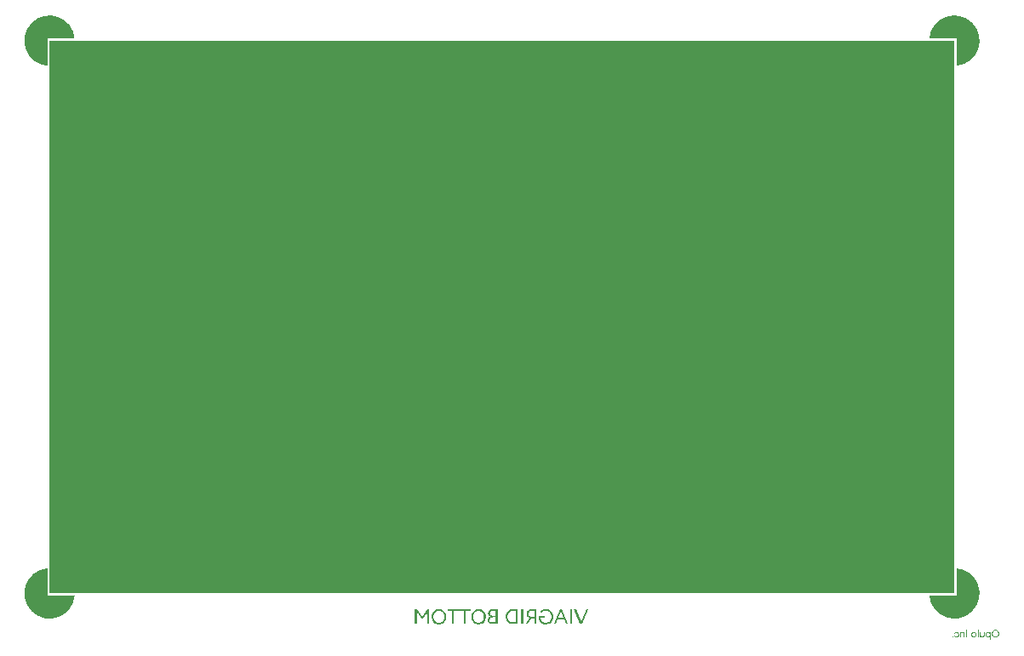
<source format=gbr>
%TF.GenerationSoftware,KiCad,Pcbnew,9.0.4*%
%TF.CreationDate,2025-09-18T22:50:07-04:00*%
%TF.ProjectId,viagrid,76696167-7269-4642-9e6b-696361645f70,rev?*%
%TF.SameCoordinates,Original*%
%TF.FileFunction,Copper,L2,Bot*%
%TF.FilePolarity,Positive*%
%FSLAX46Y46*%
G04 Gerber Fmt 4.6, Leading zero omitted, Abs format (unit mm)*
G04 Created by KiCad (PCBNEW 9.0.4) date 2025-09-18 22:50:07*
%MOMM*%
%LPD*%
G01*
G04 APERTURE LIST*
%ADD10C,0.187500*%
%TA.AperFunction,NonConductor*%
%ADD11C,0.000000*%
%TD*%
%ADD12C,0.125000*%
%TA.AperFunction,ViaPad*%
%ADD13C,1.500000*%
%TD*%
G04 APERTURE END LIST*
D10*
G36*
X99144121Y1374847D02*
G01*
X99192672Y1365548D01*
X99237396Y1350418D01*
X99278807Y1329500D01*
X99328910Y1293098D01*
X99371068Y1248573D01*
X99405844Y1195090D01*
X99430860Y1136230D01*
X99446318Y1070463D01*
X99451685Y996475D01*
X99446289Y923185D01*
X99430689Y857547D01*
X99405340Y798318D01*
X99370152Y744571D01*
X99327468Y699879D01*
X99276700Y663404D01*
X99234762Y642476D01*
X99189672Y627362D01*
X99140936Y618089D01*
X99087977Y614907D01*
X99035542Y618095D01*
X98987436Y627376D01*
X98943061Y642489D01*
X98901910Y663404D01*
X98852194Y699820D01*
X98810381Y744498D01*
X98775926Y798318D01*
X98751146Y857491D01*
X98735875Y923135D01*
X98730589Y996475D01*
X98822729Y996475D01*
X98826721Y938724D01*
X98838198Y887477D01*
X98856710Y841732D01*
X98882549Y799880D01*
X98913602Y765134D01*
X98950178Y736769D01*
X98991309Y715841D01*
X99036898Y703072D01*
X99087977Y698667D01*
X99139820Y703054D01*
X99186498Y715812D01*
X99228982Y736769D01*
X99266908Y765278D01*
X99298802Y800057D01*
X99325061Y841778D01*
X99343828Y887518D01*
X99355456Y938747D01*
X99359499Y996475D01*
X99355481Y1053497D01*
X99343877Y1104586D01*
X99325061Y1150669D01*
X99298829Y1192809D01*
X99267265Y1227720D01*
X99230035Y1256136D01*
X99188235Y1277096D01*
X99142262Y1289851D01*
X99091137Y1294238D01*
X99039316Y1289821D01*
X98993201Y1277040D01*
X98951735Y1256136D01*
X98914847Y1227756D01*
X98883458Y1192849D01*
X98857259Y1150669D01*
X98838391Y1104581D01*
X98826757Y1053493D01*
X98822729Y996475D01*
X98730589Y996475D01*
X98735884Y1069781D01*
X98751162Y1135216D01*
X98775926Y1194037D01*
X98810391Y1247498D01*
X98852534Y1292218D01*
X98902963Y1328996D01*
X98944653Y1350157D01*
X98989558Y1365441D01*
X99038187Y1374822D01*
X99091137Y1378044D01*
X99144121Y1374847D01*
G37*
G36*
X98386843Y1164010D02*
G01*
X98425485Y1152347D01*
X98460395Y1133129D01*
X98490928Y1107259D01*
X98516764Y1075152D01*
X98520145Y1068928D01*
X98524875Y1155431D01*
X98606437Y1155431D01*
X98606437Y417482D01*
X98519517Y417482D01*
X98519517Y713109D01*
X98516737Y707957D01*
X98490897Y675694D01*
X98460395Y649803D01*
X98425485Y630585D01*
X98386843Y618922D01*
X98343525Y614907D01*
X98297395Y618929D01*
X98256154Y630600D01*
X98218869Y649757D01*
X98185885Y675814D01*
X98157973Y708128D01*
X98134880Y747485D01*
X98118481Y790331D01*
X98108320Y838044D01*
X98104793Y891466D01*
X98192766Y891466D01*
X98195382Y853745D01*
X98202943Y819870D01*
X98215206Y789250D01*
X98232210Y761093D01*
X98252284Y738018D01*
X98275564Y719458D01*
X98301837Y705694D01*
X98330586Y697358D01*
X98362438Y694499D01*
X98392144Y697339D01*
X98418971Y705637D01*
X98443542Y719412D01*
X98465034Y737861D01*
X98483556Y760911D01*
X98499184Y789205D01*
X98514237Y836207D01*
X98519517Y891466D01*
X98514237Y946725D01*
X98499184Y993727D01*
X98483519Y1021976D01*
X98464820Y1045014D01*
X98442993Y1063474D01*
X98418100Y1077292D01*
X98391098Y1085598D01*
X98361385Y1088433D01*
X98329494Y1085582D01*
X98300554Y1077253D01*
X98273961Y1063474D01*
X98250446Y1044845D01*
X98230570Y1021767D01*
X98214153Y993682D01*
X98202484Y963147D01*
X98195267Y929268D01*
X98192766Y891466D01*
X98104793Y891466D01*
X98108344Y945598D01*
X98118527Y993449D01*
X98134880Y1035951D01*
X98157946Y1074982D01*
X98185854Y1107123D01*
X98218869Y1133129D01*
X98256157Y1152312D01*
X98297398Y1163998D01*
X98343525Y1168025D01*
X98386843Y1164010D01*
G37*
G36*
X97631588Y627500D02*
G01*
X97636900Y725503D01*
X97636900Y1155431D01*
X97549980Y1155431D01*
X97549980Y627500D01*
X97631588Y627500D01*
G37*
G36*
X98005462Y883681D02*
G01*
X98005462Y1155431D01*
X97918542Y1155431D01*
X97918542Y883681D01*
X98005462Y883681D01*
G37*
G36*
X97918542Y886612D02*
G01*
X97916149Y833793D01*
X97909877Y794995D01*
X97900865Y767223D01*
X97886831Y742045D01*
X97870426Y723904D01*
X97851543Y711581D01*
X97818487Y700432D01*
X97780331Y696560D01*
X97747513Y699803D01*
X97719605Y709060D01*
X97695604Y724118D01*
X97674864Y745424D01*
X97654789Y780054D01*
X97641710Y825122D01*
X97636900Y883498D01*
X97593028Y883498D01*
X97595991Y827339D01*
X97604319Y779432D01*
X97617345Y738600D01*
X97636537Y700698D01*
X97659955Y670394D01*
X97687687Y646643D01*
X97719738Y629381D01*
X97756886Y618668D01*
X97800298Y614907D01*
X97840526Y617821D01*
X97876235Y626209D01*
X97908147Y639774D01*
X97936369Y659226D01*
X97960268Y685320D01*
X97980092Y719092D01*
X97993482Y756286D01*
X98002262Y802611D01*
X98005462Y859959D01*
X98005462Y886612D01*
X97918542Y886612D01*
G37*
G36*
X97406365Y627500D02*
G01*
X97406365Y1365450D01*
X97319445Y1365450D01*
X97319445Y627500D01*
X97406365Y627500D01*
G37*
G36*
X96993847Y1163951D02*
G01*
X97038787Y1152095D01*
X97079843Y1132625D01*
X97116652Y1106073D01*
X97147477Y1073706D01*
X97172762Y1034943D01*
X97190922Y992277D01*
X97202125Y944761D01*
X97206010Y891466D01*
X97202071Y838196D01*
X97190704Y790666D01*
X97172258Y747943D01*
X97146680Y709192D01*
X97115667Y676823D01*
X97078790Y650261D01*
X97037722Y630854D01*
X96992446Y618994D01*
X96942044Y614907D01*
X96891649Y619004D01*
X96846566Y630871D01*
X96805848Y650261D01*
X96769325Y676811D01*
X96738661Y709176D01*
X96713433Y747943D01*
X96695272Y790638D01*
X96684069Y838170D01*
X96680185Y891466D01*
X96768159Y891466D01*
X96770808Y853039D01*
X96778399Y819204D01*
X96790598Y789250D01*
X96807575Y761809D01*
X96827818Y739057D01*
X96851506Y720511D01*
X96878144Y706847D01*
X96908075Y698462D01*
X96942044Y695553D01*
X96975333Y698413D01*
X97005493Y706757D01*
X97033131Y720511D01*
X97057759Y739180D01*
X97078516Y762102D01*
X97095642Y789754D01*
X97107864Y820048D01*
X97115417Y853745D01*
X97118036Y891466D01*
X97115392Y929895D01*
X97107816Y963731D01*
X97095642Y993682D01*
X97078608Y1021088D01*
X97058190Y1043844D01*
X97034185Y1062421D01*
X97007214Y1076141D01*
X96977423Y1084500D01*
X96944151Y1087379D01*
X96910137Y1084489D01*
X96879819Y1076118D01*
X96852514Y1062421D01*
X96828171Y1043807D01*
X96807593Y1021047D01*
X96790553Y993682D01*
X96778379Y963731D01*
X96770803Y929895D01*
X96768159Y891466D01*
X96680185Y891466D01*
X96684069Y944761D01*
X96695273Y992277D01*
X96713433Y1034943D01*
X96738694Y1073701D01*
X96769518Y1106068D01*
X96806352Y1132625D01*
X96847436Y1152023D01*
X96893047Y1163914D01*
X96944151Y1168025D01*
X96993847Y1163951D01*
G37*
G36*
X96283871Y627500D02*
G01*
X96283871Y1365450D01*
X96191684Y1365450D01*
X96191684Y627500D01*
X96283871Y627500D01*
G37*
G36*
X96023706Y627500D02*
G01*
X96023706Y1155431D01*
X95942099Y1155431D01*
X95936786Y1057429D01*
X95936786Y627500D01*
X96023706Y627500D01*
G37*
G36*
X95655144Y627500D02*
G01*
X95655144Y899251D01*
X95568224Y899251D01*
X95568224Y627500D01*
X95655144Y627500D01*
G37*
G36*
X95655144Y896320D02*
G01*
X95657543Y949136D01*
X95663831Y987934D01*
X95672867Y1015709D01*
X95686848Y1040929D01*
X95703075Y1059043D01*
X95721639Y1071305D01*
X95754259Y1082477D01*
X95792301Y1086372D01*
X95825720Y1083136D01*
X95853979Y1073929D01*
X95878118Y1059017D01*
X95898822Y1038012D01*
X95918839Y1003707D01*
X95931944Y958535D01*
X95936786Y899434D01*
X95980659Y899434D01*
X95977701Y955595D01*
X95969387Y1003503D01*
X95956387Y1044331D01*
X95937136Y1082196D01*
X95913556Y1112488D01*
X95885541Y1136243D01*
X95853155Y1153587D01*
X95816126Y1164289D01*
X95773388Y1168025D01*
X95732453Y1165085D01*
X95696607Y1156673D01*
X95665036Y1143158D01*
X95637084Y1123785D01*
X95613177Y1097850D01*
X95593091Y1064344D01*
X95579546Y1027455D01*
X95570896Y981027D01*
X95568224Y922973D01*
X95568224Y896320D01*
X95655144Y896320D01*
G37*
G36*
X95202638Y614907D02*
G01*
X95253751Y619003D01*
X95299555Y630872D01*
X95340987Y650261D01*
X95378180Y676854D01*
X95409352Y709227D01*
X95434959Y747943D01*
X95453405Y790666D01*
X95464772Y838196D01*
X95468710Y891466D01*
X95464826Y944761D01*
X95453622Y992277D01*
X95435463Y1034943D01*
X95410146Y1073667D01*
X95379147Y1106038D01*
X95341994Y1132625D01*
X95300603Y1152075D01*
X95255150Y1163942D01*
X95204745Y1168025D01*
X95155014Y1164019D01*
X95109895Y1152347D01*
X95068549Y1133175D01*
X95031617Y1106721D01*
X95000917Y1073768D01*
X94975996Y1033569D01*
X95055268Y997712D01*
X95071752Y1024364D01*
X95091992Y1046292D01*
X95116268Y1063978D01*
X95143467Y1076823D01*
X95173459Y1084673D01*
X95206851Y1087379D01*
X95240124Y1084500D01*
X95269915Y1076141D01*
X95296885Y1062421D01*
X95320855Y1043817D01*
X95341277Y1020890D01*
X95358343Y993132D01*
X95370564Y962868D01*
X95378117Y929187D01*
X95380737Y891466D01*
X95378118Y853745D01*
X95370565Y820048D01*
X95358343Y789754D01*
X95341217Y762102D01*
X95320459Y739180D01*
X95295832Y720511D01*
X95268193Y706757D01*
X95238033Y698413D01*
X95204745Y695553D01*
X95171482Y698525D01*
X95141330Y707208D01*
X95113657Y721565D01*
X95089316Y741072D01*
X95068872Y765570D01*
X95052154Y795753D01*
X94972836Y759895D01*
X94997877Y716833D01*
X95028614Y681458D01*
X95065389Y652917D01*
X95106932Y631974D01*
X95152368Y619267D01*
X95202638Y614907D01*
G37*
G36*
X94833206Y612800D02*
G01*
X94856190Y617226D01*
X94875750Y630569D01*
X94889108Y649970D01*
X94893473Y672014D01*
X94889059Y694963D01*
X94875750Y714512D01*
X94856190Y727855D01*
X94833206Y732281D01*
X94810316Y727837D01*
X94791211Y714512D01*
X94778296Y695002D01*
X94773992Y672014D01*
X94778248Y649932D01*
X94791211Y630569D01*
X94810316Y617244D01*
X94833206Y612800D01*
G37*
D11*
%TA.AperFunction,NonConductor*%
G36*
X95200000Y60200000D02*
G01*
X92500001Y60199998D01*
G75*
G02*
X95199999Y57499999I2499999J-199998D01*
G01*
X95199997Y57499999D01*
X95200000Y60200000D01*
G37*
%TD.AperFunction*%
%TA.AperFunction,NonConductor*%
G36*
X95200000Y4800000D02*
G01*
X95199998Y7499999D01*
G75*
G02*
X92499999Y4800001I-199998J-2499999D01*
G01*
X92499999Y4800003D01*
X95200000Y4800000D01*
G37*
%TD.AperFunction*%
%TA.AperFunction,NonConductor*%
G36*
X4800000Y4800000D02*
G01*
X7500000Y4800001D01*
G75*
G02*
X4800001Y7500000I-2500000J199999D01*
G01*
X4800004Y7500000D01*
X4800000Y4800000D01*
G37*
%TD.AperFunction*%
%TA.AperFunction,NonConductor*%
G36*
X4800000Y57500000D02*
G01*
X4800000Y57500000D01*
G75*
G02*
X7500000Y60200000I200000J2500000D01*
G01*
X7500000Y60199996D01*
X4800000Y60200000D01*
X4800000Y57500001D01*
X4800000Y57500000D01*
G37*
%TD.AperFunction*%
D12*
G36*
X57954649Y1955000D02*
G01*
X57351613Y3430898D01*
X57158356Y3430898D01*
X57769818Y1955000D01*
X57954649Y1955000D01*
G37*
G36*
X57971135Y1955000D02*
G01*
X58582597Y3430898D01*
X58389248Y3430898D01*
X57788411Y1955000D01*
X57971135Y1955000D01*
G37*
G36*
X56949528Y1955000D02*
G01*
X56949528Y3430898D01*
X56765156Y3430898D01*
X56765156Y1955000D01*
X56949528Y1955000D01*
G37*
G36*
X55361523Y1955000D02*
G01*
X55953842Y3430898D01*
X55769103Y3430898D01*
X55168174Y1955000D01*
X55361523Y1955000D01*
G37*
G36*
X56558801Y1955000D02*
G01*
X55957872Y3430898D01*
X55770935Y3430898D01*
X56363346Y1955000D01*
X56558801Y1955000D01*
G37*
G36*
X56273770Y2372930D02*
G01*
X56273770Y2538343D01*
X55451007Y2538343D01*
X55451007Y2372930D01*
X56273770Y2372930D01*
G37*
G36*
X54343579Y1929812D02*
G01*
X54455921Y1936279D01*
X54558977Y1955085D01*
X54653959Y1985649D01*
X54741909Y2027814D01*
X54849153Y2101674D01*
X54938982Y2191193D01*
X55012835Y2297733D01*
X55055097Y2385203D01*
X55085650Y2479189D01*
X55104403Y2580685D01*
X55110838Y2690842D01*
X55104359Y2803214D01*
X55085534Y2906079D01*
X55054969Y3000676D01*
X55012835Y3088073D01*
X54938982Y3194613D01*
X54849153Y3284132D01*
X54741909Y3357991D01*
X54653954Y3400198D01*
X54558972Y3430790D01*
X54455917Y3449613D01*
X54343579Y3456086D01*
X54227133Y3446337D01*
X54113777Y3417068D01*
X54006317Y3370725D01*
X53909163Y3310547D01*
X53824237Y3236978D01*
X53757763Y3154110D01*
X53903393Y3054184D01*
X53953061Y3118877D01*
X54017698Y3176733D01*
X54092008Y3223903D01*
X54173312Y3259165D01*
X54258588Y3281222D01*
X54343579Y3288474D01*
X54454346Y3279661D01*
X54553986Y3254090D01*
X54644456Y3212270D01*
X54726017Y3155004D01*
X54794618Y3085406D01*
X54851269Y3002343D01*
X54892303Y2910481D01*
X54917654Y2807391D01*
X54926465Y2690842D01*
X54917896Y2578465D01*
X54893018Y2476988D01*
X54852368Y2384562D01*
X54796232Y2300895D01*
X54727653Y2230593D01*
X54645555Y2172528D01*
X54554321Y2130048D01*
X54454304Y2104137D01*
X54343579Y2095225D01*
X54250333Y2102152D01*
X54166975Y2122162D01*
X54091887Y2154668D01*
X54023736Y2199720D01*
X53966698Y2254417D01*
X53919788Y2319532D01*
X53885541Y2392154D01*
X53864456Y2473517D01*
X53857139Y2565454D01*
X53681193Y2578460D01*
X53691146Y2449265D01*
X53719659Y2336268D01*
X53765640Y2236734D01*
X53829130Y2147439D01*
X53906732Y2072545D01*
X53999838Y2010962D01*
X54102478Y1966576D01*
X54216327Y1939263D01*
X54343579Y1929812D01*
G37*
G36*
X54218374Y2551441D02*
G01*
X54218374Y2710534D01*
X53681193Y2710534D01*
X53681193Y2566553D01*
X53767838Y2551441D01*
X54218374Y2551441D01*
G37*
G36*
X53416311Y1955000D02*
G01*
X53231939Y1955000D01*
X53231939Y2532481D01*
X52957623Y2532481D01*
X52924932Y2534777D01*
X52585489Y1955000D01*
X52383439Y1955000D01*
X52744490Y2571029D01*
X52695856Y2590550D01*
X52622974Y2634705D01*
X52562141Y2687728D01*
X52512124Y2750102D01*
X52474789Y2820395D01*
X52452189Y2897374D01*
X52444439Y2982743D01*
X52628811Y2982743D01*
X52638643Y2905305D01*
X52667280Y2838304D01*
X52711816Y2781519D01*
X52768030Y2738561D01*
X52833766Y2711492D01*
X52909355Y2702199D01*
X53231939Y2702199D01*
X53231939Y3263286D01*
X52938756Y3263286D01*
X52850091Y3254029D01*
X52776617Y3227818D01*
X52715090Y3185342D01*
X52667377Y3128586D01*
X52638763Y3062069D01*
X52628811Y2982743D01*
X52444439Y2982743D01*
X52451628Y3068274D01*
X52472520Y3145228D01*
X52506812Y3215201D01*
X52553532Y3277637D01*
X52610904Y3330276D01*
X52680102Y3373745D01*
X52755960Y3404958D01*
X52840251Y3424223D01*
X52934542Y3430898D01*
X53416311Y3430898D01*
X53416311Y1955000D01*
G37*
G36*
X52101796Y1955000D02*
G01*
X52101796Y3430898D01*
X51917424Y3430898D01*
X51917424Y1955000D01*
X52101796Y1955000D01*
G37*
G36*
X51533199Y1955000D02*
G01*
X51082937Y1955000D01*
X50946420Y1966020D01*
X50824647Y1997895D01*
X50715016Y2049888D01*
X50616550Y2121072D01*
X50533607Y2207729D01*
X50465064Y2311380D01*
X50415434Y2425583D01*
X50384932Y2551970D01*
X50374389Y2692949D01*
X50558762Y2692949D01*
X50569078Y2578602D01*
X50599520Y2472397D01*
X50648353Y2374595D01*
X50712360Y2289582D01*
X50790223Y2219054D01*
X50878323Y2167399D01*
X50975598Y2135501D01*
X51082937Y2124626D01*
X51348826Y2124626D01*
X51348826Y3261180D01*
X51082937Y3261180D01*
X50975598Y3250305D01*
X50878323Y3218407D01*
X50790223Y3166752D01*
X50712360Y3096224D01*
X50648363Y3011272D01*
X50599520Y2913408D01*
X50569080Y2807283D01*
X50558762Y2692949D01*
X50374389Y2692949D01*
X50384965Y2835279D01*
X50415498Y2962306D01*
X50465064Y3076532D01*
X50533655Y3180170D01*
X50616597Y3266474D01*
X50715016Y3337017D01*
X50824588Y3388437D01*
X50946367Y3419986D01*
X51082937Y3430898D01*
X51533199Y3430898D01*
X51533199Y1955000D01*
G37*
G36*
X49572418Y1955000D02*
G01*
X49044487Y1955000D01*
X48948334Y1960733D01*
X48865615Y1976945D01*
X48794351Y2002535D01*
X48728913Y2039635D01*
X48675427Y2085331D01*
X48632510Y2140105D01*
X48601496Y2202466D01*
X48582158Y2274723D01*
X48575357Y2359008D01*
X48575914Y2365327D01*
X48759730Y2365327D01*
X48768861Y2292873D01*
X48794783Y2234113D01*
X48837582Y2185809D01*
X48892960Y2150933D01*
X48963341Y2128615D01*
X49052821Y2120505D01*
X49390151Y2120505D01*
X49390151Y2627003D01*
X49099075Y2627003D01*
X48993928Y2618226D01*
X48912253Y2594287D01*
X48849031Y2557394D01*
X48799657Y2505462D01*
X48770087Y2442606D01*
X48759730Y2365327D01*
X48575914Y2365327D01*
X48582411Y2438963D01*
X48602696Y2508857D01*
X48635716Y2570583D01*
X48680319Y2625050D01*
X48734958Y2671364D01*
X48800854Y2709893D01*
X48748521Y2745826D01*
X48704515Y2788814D01*
X48668139Y2839403D01*
X48641468Y2895622D01*
X48625086Y2958331D01*
X48619412Y3028905D01*
X48803785Y3028905D01*
X48812015Y2955686D01*
X48835045Y2897309D01*
X48872204Y2850394D01*
X48921444Y2815823D01*
X48983276Y2794038D01*
X49061248Y2786188D01*
X49390151Y2786188D01*
X49390151Y3273819D01*
X49109516Y3273819D01*
X49014087Y3265814D01*
X48940400Y3244030D01*
X48883744Y3210530D01*
X48839984Y3163226D01*
X48813284Y3103940D01*
X48803785Y3028905D01*
X48619412Y3028905D01*
X48626456Y3113181D01*
X48646512Y3185452D01*
X48678763Y3247899D01*
X48723108Y3302520D01*
X48778299Y3347865D01*
X48845826Y3384370D01*
X48919083Y3409332D01*
X49004890Y3425244D01*
X49105395Y3430898D01*
X49572418Y3430898D01*
X49572418Y1955000D01*
G37*
G36*
X47773658Y3449692D02*
G01*
X47870760Y3431094D01*
X47960207Y3400835D01*
X48043030Y3358999D01*
X48143236Y3286195D01*
X48227552Y3197144D01*
X48297103Y3090179D01*
X48347136Y2972458D01*
X48378053Y2840925D01*
X48388786Y2692949D01*
X48377993Y2546368D01*
X48346794Y2415093D01*
X48296096Y2296634D01*
X48225720Y2189140D01*
X48140351Y2099756D01*
X48038817Y2026807D01*
X47954940Y1984950D01*
X47864760Y1954722D01*
X47767288Y1936176D01*
X47661370Y1929812D01*
X47556501Y1936189D01*
X47460287Y1954751D01*
X47371537Y1984977D01*
X47289235Y2026807D01*
X47189804Y2099638D01*
X47106178Y2188995D01*
X47037268Y2296634D01*
X46987708Y2414981D01*
X46957166Y2546268D01*
X46946593Y2692949D01*
X47130874Y2692949D01*
X47138858Y2577446D01*
X47161811Y2474952D01*
X47198835Y2383463D01*
X47250514Y2299759D01*
X47312619Y2230266D01*
X47385772Y2173536D01*
X47468034Y2131681D01*
X47559212Y2106143D01*
X47661370Y2097332D01*
X47765056Y2106107D01*
X47858412Y2131623D01*
X47943379Y2173536D01*
X48019232Y2230554D01*
X48083021Y2300112D01*
X48135537Y2383554D01*
X48173073Y2475035D01*
X48196328Y2577493D01*
X48204413Y2692949D01*
X48196378Y2806993D01*
X48173169Y2909171D01*
X48135537Y3001336D01*
X48083074Y3085617D01*
X48019946Y3155439D01*
X47945485Y3212270D01*
X47861886Y3254191D01*
X47769940Y3279700D01*
X47667690Y3288474D01*
X47564049Y3279641D01*
X47471819Y3254079D01*
X47388886Y3212270D01*
X47315109Y3155510D01*
X47252331Y3085696D01*
X47199934Y3001336D01*
X47162198Y2909161D01*
X47138930Y2806984D01*
X47130874Y2692949D01*
X46946593Y2692949D01*
X46957183Y2839560D01*
X46987739Y2970431D01*
X47037268Y3088073D01*
X47106198Y3194994D01*
X47190484Y3284434D01*
X47291342Y3357991D01*
X47374721Y3400313D01*
X47464532Y3430880D01*
X47561791Y3449642D01*
X47667690Y3456086D01*
X47773658Y3449692D01*
G37*
G36*
X46383491Y1955000D02*
G01*
X46383491Y3263286D01*
X46851796Y3263286D01*
X46851796Y3430898D01*
X45732920Y3430898D01*
X45732920Y3263286D01*
X46201225Y3263286D01*
X46201225Y1955000D01*
X46383491Y1955000D01*
G37*
G36*
X45224315Y1955000D02*
G01*
X45224315Y3263286D01*
X45692620Y3263286D01*
X45692620Y3430898D01*
X44573743Y3430898D01*
X44573743Y3263286D01*
X45042049Y3263286D01*
X45042049Y1955000D01*
X45224315Y1955000D01*
G37*
G36*
X43844767Y3449692D02*
G01*
X43941870Y3431094D01*
X44031317Y3400835D01*
X44114139Y3358999D01*
X44214345Y3286195D01*
X44298661Y3197144D01*
X44368213Y3090179D01*
X44418245Y2972458D01*
X44449162Y2840925D01*
X44459896Y2692949D01*
X44449103Y2546368D01*
X44417904Y2415093D01*
X44367206Y2296634D01*
X44296829Y2189140D01*
X44211461Y2099756D01*
X44109926Y2026807D01*
X44026050Y1984950D01*
X43935869Y1954722D01*
X43838398Y1936176D01*
X43732479Y1929812D01*
X43627610Y1936189D01*
X43531397Y1954751D01*
X43442647Y1984977D01*
X43360345Y2026807D01*
X43260914Y2099638D01*
X43177287Y2188995D01*
X43108378Y2296634D01*
X43058818Y2414981D01*
X43028276Y2546268D01*
X43017703Y2692949D01*
X43201984Y2692949D01*
X43209967Y2577446D01*
X43232921Y2474952D01*
X43269945Y2383463D01*
X43321623Y2299759D01*
X43383728Y2230266D01*
X43456882Y2173536D01*
X43539144Y2131681D01*
X43630321Y2106143D01*
X43732479Y2097332D01*
X43836166Y2106107D01*
X43929522Y2131623D01*
X44014488Y2173536D01*
X44090341Y2230554D01*
X44154130Y2300112D01*
X44206646Y2383554D01*
X44244182Y2475035D01*
X44267437Y2577493D01*
X44275523Y2692949D01*
X44267488Y2806993D01*
X44244279Y2909171D01*
X44206646Y3001336D01*
X44154184Y3085617D01*
X44091056Y3155439D01*
X44016595Y3212270D01*
X43932996Y3254191D01*
X43841050Y3279700D01*
X43738799Y3288474D01*
X43635158Y3279641D01*
X43542928Y3254079D01*
X43459996Y3212270D01*
X43386219Y3155510D01*
X43323440Y3085696D01*
X43271044Y3001336D01*
X43233308Y2909161D01*
X43210039Y2806984D01*
X43201984Y2692949D01*
X43017703Y2692949D01*
X43028293Y2839560D01*
X43058849Y2970431D01*
X43108378Y3088073D01*
X43177308Y3194994D01*
X43261593Y3284434D01*
X43362452Y3357991D01*
X43445831Y3400313D01*
X43535642Y3430880D01*
X43632900Y3449642D01*
X43738799Y3456086D01*
X43844767Y3449692D01*
G37*
G36*
X42731664Y1955000D02*
G01*
X42731664Y3430898D01*
X42542345Y3430898D01*
X42035663Y2681317D01*
X41529073Y3430898D01*
X41341861Y3430898D01*
X41341861Y1955000D01*
X41524127Y1955000D01*
X41524127Y3132677D01*
X42035663Y2370640D01*
X42547291Y3128556D01*
X42547291Y1955000D01*
X42731664Y1955000D01*
G37*
D13*
%TO.N,GND*%
X32500000Y40000000D03*
X30000000Y42500000D03*
X27500000Y40000000D03*
X30000000Y37500000D03*
X30000000Y40000000D03*
X32500000Y25000000D03*
X30000000Y27500000D03*
X27500000Y25000000D03*
X30000000Y22500000D03*
X30000000Y25000000D03*
X72500000Y25000000D03*
X67500000Y25000000D03*
X70000000Y22500000D03*
X70000000Y27500000D03*
X70000000Y25000000D03*
X72500000Y40000000D03*
X67500000Y40000000D03*
X70000000Y37500000D03*
X70000000Y42500000D03*
X70000000Y40000000D03*
X85000000Y55000000D03*
X80000000Y55000000D03*
X75000000Y55000000D03*
X70000000Y55000000D03*
X65000000Y55000000D03*
X60000000Y55000000D03*
X55000000Y55000000D03*
X50000000Y55000000D03*
X45000000Y55000000D03*
X40000000Y55000000D03*
X35000000Y55000000D03*
X30000000Y55000000D03*
X25000000Y55000000D03*
X20000000Y55000000D03*
X15000000Y55000000D03*
X10000000Y55000000D03*
X10000000Y50000000D03*
X10000000Y45000000D03*
X10000000Y40000000D03*
X10000000Y35000000D03*
X10000000Y30000000D03*
X10000000Y25000000D03*
X10000000Y20000000D03*
X10000000Y15000000D03*
X10000000Y10000000D03*
X15000000Y10000000D03*
X20000000Y10000000D03*
X25000000Y10000000D03*
X30000000Y10000000D03*
X35000000Y10000000D03*
X40000000Y10000000D03*
X45000000Y10000000D03*
X50000000Y10000000D03*
X55000000Y10000000D03*
X60000000Y10000000D03*
X65000000Y10000000D03*
X70000000Y10000000D03*
X75000000Y10000000D03*
X80000000Y10000000D03*
X85000000Y10000000D03*
X90000000Y10000000D03*
X90000000Y15000000D03*
X90000000Y20000000D03*
X90000000Y25000000D03*
X90000000Y30000000D03*
X90000000Y35000000D03*
X90000000Y40000000D03*
X90000000Y45000000D03*
X90000000Y50000000D03*
X90000000Y55000000D03*
%TD*%
%TA.AperFunction,Conductor*%
%TO.N,GND*%
G36*
X94943039Y59980315D02*
G01*
X94988794Y59927511D01*
X95000000Y59876000D01*
X95000000Y5124000D01*
X94980315Y5056961D01*
X94927511Y5011206D01*
X94876000Y5000000D01*
X5124000Y5000000D01*
X5056961Y5019685D01*
X5011206Y5072489D01*
X5000000Y5124000D01*
X5000000Y59876000D01*
X5019685Y59943039D01*
X5072489Y59988794D01*
X5124000Y60000000D01*
X94876000Y60000000D01*
X94943039Y59980315D01*
G37*
%TD.AperFunction*%
%TD*%
M02*

</source>
